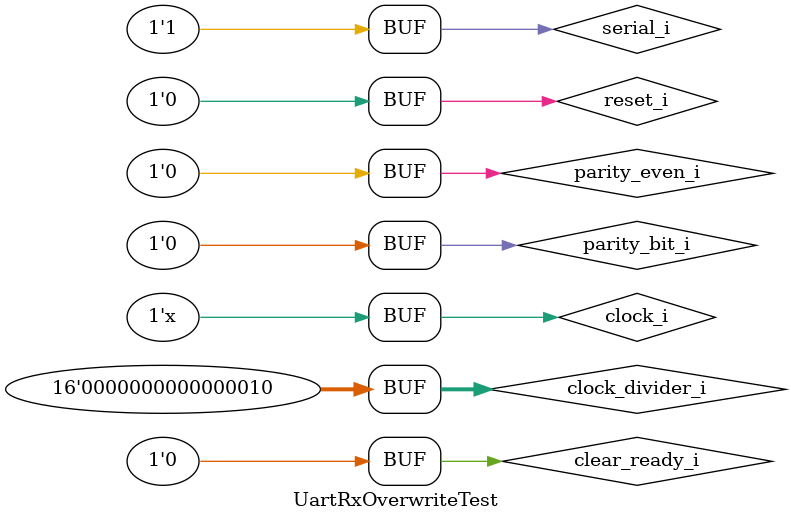
<source format=v>

module UartRxOverwriteTest ();

reg reset_i = 1'b0;
reg clock_i = 1'b0;
reg clear_ready_i = 1'b0;
reg parity_bit_i = 1'b0;
reg parity_even_i = 1'b0;
reg serial_i = 1'b1;
reg [15:0] clock_divider_i = 2;
wire [7:0] data_o;
wire ready_o;

UartRx uart_rx (
  .reset_i(reset_i),
  .clock_i(clock_i),
  .clear_ready_i(clear_ready_i),
  .parity_bit_i(parity_bit_i),
  .parity_even_i(parity_even_i),
  .serial_i(serial_i),
  .clock_divider_i(clock_divider_i),
  .data_o(data_o),
  .ready_o(ready_o)
);

always #1 clock_i <= ~clock_i;

initial begin
  #1 send_packet(8'h55);
  #6 assert_data_received(8'h55);

  // Send another packet before the ready_o flag is cleared.
  // This packet should be dropped.
  #2 send_packet(8'hAA);
  #6 assert_data_received(8'h55);
  #2 clear_ready_flag();
end

task send_packet;
  input [7:0] data;

  begin
    #4 serial_i <= 1'b0; // Start bit
    #4 serial_i <= data[0];
    #4 serial_i <= data[1];
    #4 serial_i <= data[2];
    #4 serial_i <= data[3];
    #4 serial_i <= data[4];
    #4 serial_i <= data[5];
    #4 serial_i <= data[6];
    #4 serial_i <= data[7];
    #4 serial_i <= 1'b1; // Stop bit
  end
endtask

task assert_data_received;
  input [7:0] data;

  begin
    if (!ready_o)
    $display("FAILED - ready_o should be high after receiving packet");

    if (data_o != data)
      $display("FAILED - data_o value should be h%x", data);
  end
endtask

task clear_ready_flag;
  begin
    clear_ready_i = 1'b1;

    if (!ready_o)
      $display("FAILED - ready_o should stay high after receiving packet");

    #2 clear_ready_i = 1'b0;

    if (ready_o)
      $display("FAILED - ready_o should be low after clear_ready_i goes high");
  end
endtask

endmodule

</source>
